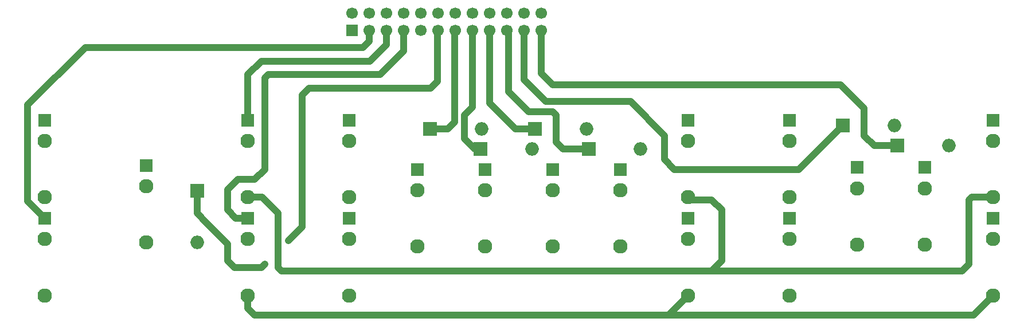
<source format=gbr>
%TF.GenerationSoftware,KiCad,Pcbnew,9.0.1*%
%TF.CreationDate,2025-10-08T12:17:04+01:00*%
%TF.ProjectId,WEASEL_KiCad_virtualModMatrix,57454153-454c-45f4-9b69-4361645f7669,rev?*%
%TF.SameCoordinates,Original*%
%TF.FileFunction,Copper,L2,Bot*%
%TF.FilePolarity,Positive*%
%FSLAX46Y46*%
G04 Gerber Fmt 4.6, Leading zero omitted, Abs format (unit mm)*
G04 Created by KiCad (PCBNEW 9.0.1) date 2025-10-08 12:17:04*
%MOMM*%
%LPD*%
G01*
G04 APERTURE LIST*
%TA.AperFunction,ComponentPad*%
%ADD10C,2.130000*%
%TD*%
%TA.AperFunction,ComponentPad*%
%ADD11R,1.930000X1.830000*%
%TD*%
%TA.AperFunction,ComponentPad*%
%ADD12R,1.700000X1.700000*%
%TD*%
%TA.AperFunction,ComponentPad*%
%ADD13C,1.700000*%
%TD*%
%TA.AperFunction,ComponentPad*%
%ADD14R,2.000000X2.000000*%
%TD*%
%TA.AperFunction,ComponentPad*%
%ADD15O,2.000000X2.000000*%
%TD*%
%TA.AperFunction,ViaPad*%
%ADD16C,0.600000*%
%TD*%
%TA.AperFunction,Conductor*%
%ADD17C,1.000000*%
%TD*%
G04 APERTURE END LIST*
D10*
%TO.P,J15,TN*%
%TO.N,B0*%
X135500000Y-49320000D03*
%TO.P,J15,T*%
X135500000Y-57620000D03*
D11*
%TO.P,J15,S*%
X135500000Y-46220000D03*
%TD*%
%TO.P,J24,S*%
%TO.N,B3*%
X165500000Y-60720000D03*
D10*
%TO.P,J24,T*%
X165500000Y-72120000D03*
%TO.P,J24,TN*%
X165500000Y-63820000D03*
%TD*%
D11*
%TO.P,J23,S*%
%TO.N,B3*%
X120500000Y-60720000D03*
D10*
%TO.P,J23,T*%
X120500000Y-72120000D03*
%TO.P,J23,TN*%
X120500000Y-63820000D03*
%TD*%
D11*
%TO.P,J22,S*%
%TO.N,B3*%
X55500000Y-60720000D03*
D10*
%TO.P,J22,T*%
X55500000Y-72120000D03*
%TO.P,J22,TN*%
X55500000Y-63820000D03*
%TD*%
D11*
%TO.P,J21,S*%
%TO.N,B2*%
X165500000Y-46220000D03*
D10*
%TO.P,J21,T*%
X165500000Y-57620000D03*
%TO.P,J21,TN*%
X165500000Y-49320000D03*
%TD*%
D11*
%TO.P,J20,S*%
%TO.N,B2*%
X120500000Y-46220000D03*
D10*
%TO.P,J20,T*%
X120500000Y-57620000D03*
%TO.P,J20,TN*%
X120500000Y-49320000D03*
%TD*%
D11*
%TO.P,J19,S*%
%TO.N,B2*%
X55500000Y-46220000D03*
D10*
%TO.P,J19,T*%
X55500000Y-57620000D03*
%TO.P,J19,TN*%
X55500000Y-49320000D03*
%TD*%
D11*
%TO.P,J18,S*%
%TO.N,B1*%
X135500000Y-60720000D03*
D10*
%TO.P,J18,T*%
X135500000Y-72120000D03*
%TO.P,J18,TN*%
X135500000Y-63820000D03*
%TD*%
D11*
%TO.P,J17,S*%
%TO.N,B1*%
X70500000Y-60720000D03*
D10*
%TO.P,J17,T*%
X70500000Y-72120000D03*
%TO.P,J17,TN*%
X70500000Y-63820000D03*
%TD*%
D11*
%TO.P,J16,S*%
%TO.N,B1*%
X25500000Y-60720000D03*
D10*
%TO.P,J16,T*%
X25500000Y-72120000D03*
%TO.P,J16,TN*%
X25500000Y-63820000D03*
%TD*%
D11*
%TO.P,J14,S*%
%TO.N,B0*%
X70500000Y-46220000D03*
D10*
%TO.P,J14,T*%
X70500000Y-57620000D03*
%TO.P,J14,TN*%
X70500000Y-49320000D03*
%TD*%
D11*
%TO.P,J10,S*%
%TO.N,Net-(D8-A)*%
X155500000Y-53220000D03*
D10*
%TO.P,J10,T*%
X155500000Y-64620000D03*
%TO.P,J10,TN*%
X155500000Y-56320000D03*
%TD*%
D11*
%TO.P,J9,S*%
%TO.N,Net-(D7-A)*%
X145500000Y-53220000D03*
D10*
%TO.P,J9,T*%
X145500000Y-64620000D03*
%TO.P,J9,TN*%
X145500000Y-56320000D03*
%TD*%
D11*
%TO.P,J8,S*%
%TO.N,Net-(D6-A)*%
X110500000Y-53520000D03*
D10*
%TO.P,J8,T*%
X110500000Y-64920000D03*
%TO.P,J8,TN*%
X110500000Y-56620000D03*
%TD*%
D11*
%TO.P,J7,S*%
%TO.N,Net-(D4-A)*%
X100500000Y-53520000D03*
D10*
%TO.P,J7,T*%
X100500000Y-64920000D03*
%TO.P,J7,TN*%
X100500000Y-56620000D03*
%TD*%
D11*
%TO.P,J6,S*%
%TO.N,Net-(D3-A)*%
X90500000Y-53520000D03*
D10*
%TO.P,J6,T*%
X90500000Y-64920000D03*
%TO.P,J6,TN*%
X90500000Y-56620000D03*
%TD*%
D11*
%TO.P,J5,S*%
%TO.N,Net-(D2-A)*%
X80500000Y-53520000D03*
D10*
%TO.P,J5,T*%
X80500000Y-64920000D03*
%TO.P,J5,TN*%
X80500000Y-56620000D03*
%TD*%
D11*
%TO.P,J4,S*%
%TO.N,Net-(D1-A)*%
X40500000Y-52920000D03*
D10*
%TO.P,J4,T*%
X40500000Y-64320000D03*
%TO.P,J4,TN*%
X40500000Y-56020000D03*
%TD*%
D11*
%TO.P,J3,S*%
%TO.N,B0*%
X25500000Y-46220000D03*
D10*
%TO.P,J3,T*%
X25500000Y-57620000D03*
%TO.P,J3,TN*%
X25500000Y-49320000D03*
%TD*%
D12*
%TO.P,J1,1,Pin_1*%
%TO.N,B0*%
X70880000Y-33000000D03*
D13*
%TO.P,J1,2,Pin_2*%
X70880000Y-30460000D03*
%TO.P,J1,3,Pin_3*%
%TO.N,B1*%
X73420000Y-33000000D03*
%TO.P,J1,4,Pin_4*%
X73420000Y-30460000D03*
%TO.P,J1,5,Pin_5*%
%TO.N,B2*%
X75960000Y-33000000D03*
%TO.P,J1,6,Pin_6*%
X75960000Y-30460000D03*
%TO.P,J1,7,Pin_7*%
%TO.N,B3*%
X78500000Y-33000000D03*
%TO.P,J1,8,Pin_8*%
X78500000Y-30460000D03*
%TO.P,J1,9,Pin_9*%
%TO.N,unconnected-(J1-Pin_9-Pad9)*%
X81040000Y-33000000D03*
%TO.P,J1,10,Pin_10*%
%TO.N,unconnected-(J1-Pin_10-Pad10)*%
X81040000Y-30460000D03*
%TO.P,J1,11,Pin_11*%
%TO.N,A0*%
X83580000Y-33000000D03*
%TO.P,J1,12,Pin_12*%
X83580000Y-30460000D03*
%TO.P,J1,13,Pin_13*%
%TO.N,A1*%
X86120000Y-33000000D03*
%TO.P,J1,14,Pin_14*%
X86120000Y-30460000D03*
%TO.P,J1,15,Pin_15*%
%TO.N,A2*%
X88660000Y-33000000D03*
%TO.P,J1,16,Pin_16*%
X88660000Y-30460000D03*
%TO.P,J1,17,Pin_17*%
%TO.N,A3*%
X91200000Y-33000000D03*
%TO.P,J1,18,Pin_18*%
X91200000Y-30460000D03*
%TO.P,J1,19,Pin_19*%
%TO.N,A4*%
X93740000Y-33000000D03*
%TO.P,J1,20,Pin_20*%
X93740000Y-30460000D03*
%TO.P,J1,21,Pin_21*%
%TO.N,A5*%
X96280000Y-33000000D03*
%TO.P,J1,22,Pin_22*%
X96280000Y-30460000D03*
%TO.P,J1,23,Pin_23*%
%TO.N,A6*%
X98820000Y-33000000D03*
%TO.P,J1,24,Pin_24*%
X98820000Y-30460000D03*
%TD*%
D14*
%TO.P,D8,1,K*%
%TO.N,A6*%
X151380000Y-50000000D03*
D15*
%TO.P,D8,2,A*%
%TO.N,Net-(D8-A)*%
X159000000Y-50000000D03*
%TD*%
D14*
%TO.P,D7,1,K*%
%TO.N,A5*%
X143380000Y-47000000D03*
D15*
%TO.P,D7,2,A*%
%TO.N,Net-(D7-A)*%
X151000000Y-47000000D03*
%TD*%
D14*
%TO.P,D6,1,K*%
%TO.N,A4*%
X105880000Y-50500000D03*
D15*
%TO.P,D6,2,A*%
%TO.N,Net-(D6-A)*%
X113500000Y-50500000D03*
%TD*%
D14*
%TO.P,D4,1,K*%
%TO.N,A3*%
X97880000Y-47500000D03*
D15*
%TO.P,D4,2,A*%
%TO.N,Net-(D4-A)*%
X105500000Y-47500000D03*
%TD*%
D14*
%TO.P,D3,1,K*%
%TO.N,A2*%
X89880000Y-50500000D03*
D15*
%TO.P,D3,2,A*%
%TO.N,Net-(D3-A)*%
X97500000Y-50500000D03*
%TD*%
D14*
%TO.P,D2,1,K*%
%TO.N,A1*%
X82380000Y-47500000D03*
D15*
%TO.P,D2,2,A*%
%TO.N,Net-(D2-A)*%
X90000000Y-47500000D03*
%TD*%
D14*
%TO.P,D1,1,K*%
%TO.N,A0*%
X48000000Y-56690000D03*
D15*
%TO.P,D1,2,A*%
%TO.N,Net-(D1-A)*%
X48000000Y-64310000D03*
%TD*%
D16*
%TO.N,A0*%
X61500000Y-64000000D03*
X58000000Y-67500000D03*
%TD*%
D17*
%TO.N,B2*%
X161000000Y-68500000D02*
X124000000Y-68500000D01*
X162000000Y-67500000D02*
X161000000Y-68500000D01*
X162000000Y-58000000D02*
X162000000Y-67500000D01*
X162380000Y-57620000D02*
X162000000Y-58000000D01*
X165500000Y-57620000D02*
X162380000Y-57620000D01*
%TO.N,A0*%
X83500000Y-33080000D02*
X83580000Y-33000000D01*
X83500000Y-40500000D02*
X83500000Y-33080000D01*
X82500000Y-41500000D02*
X83500000Y-40500000D01*
X63500000Y-42500000D02*
X64500000Y-41500000D01*
X63500000Y-62000000D02*
X63500000Y-42500000D01*
X61500000Y-64000000D02*
X63500000Y-62000000D01*
X64500000Y-41500000D02*
X82500000Y-41500000D01*
%TO.N,B3*%
X75000000Y-39500000D02*
X78500000Y-36000000D01*
X58500000Y-39500000D02*
X75000000Y-39500000D01*
X58000000Y-53500000D02*
X58000000Y-40000000D01*
X58000000Y-40000000D02*
X58500000Y-39500000D01*
X54000000Y-55000000D02*
X56500000Y-55000000D01*
X52500000Y-56500000D02*
X54000000Y-55000000D01*
X52500000Y-59500000D02*
X52500000Y-56500000D01*
X78500000Y-36000000D02*
X78500000Y-33000000D01*
X53720000Y-60720000D02*
X52500000Y-59500000D01*
X56500000Y-55000000D02*
X58000000Y-53500000D01*
X55500000Y-60720000D02*
X53720000Y-60720000D01*
%TO.N,B2*%
X57500000Y-37500000D02*
X55500000Y-39500000D01*
X73500000Y-37500000D02*
X57500000Y-37500000D01*
X75960000Y-35040000D02*
X73500000Y-37500000D01*
X75960000Y-33000000D02*
X75960000Y-35040000D01*
X55500000Y-39500000D02*
X55500000Y-46220000D01*
%TO.N,A0*%
X53500000Y-68000000D02*
X57000000Y-68000000D01*
X57500000Y-68000000D02*
X58000000Y-67500000D01*
X52500000Y-64500000D02*
X52500000Y-67000000D01*
X52500000Y-67000000D02*
X53500000Y-68000000D01*
X49500000Y-61500000D02*
X52500000Y-64500000D01*
X48000000Y-60000000D02*
X49500000Y-61500000D01*
X57000000Y-68000000D02*
X57500000Y-68000000D01*
X48000000Y-56690000D02*
X48000000Y-60000000D01*
%TO.N,A6*%
X146500000Y-48500000D02*
X148000000Y-50000000D01*
X146500000Y-44500000D02*
X146500000Y-48500000D01*
X143000000Y-41000000D02*
X146500000Y-44500000D01*
X148000000Y-50000000D02*
X151380000Y-50000000D01*
X100500000Y-41000000D02*
X143000000Y-41000000D01*
X98820000Y-39320000D02*
X100500000Y-41000000D01*
X98820000Y-33000000D02*
X98820000Y-39320000D01*
%TO.N,A2*%
X87500000Y-45500000D02*
X88660000Y-44340000D01*
X87500000Y-49000000D02*
X87500000Y-45500000D01*
X89000000Y-50500000D02*
X87500000Y-49000000D01*
X88660000Y-44340000D02*
X88660000Y-33000000D01*
X89880000Y-50500000D02*
X89000000Y-50500000D01*
%TO.N,A4*%
X94000000Y-33260000D02*
X93740000Y-33000000D01*
X94000000Y-42000000D02*
X94000000Y-33260000D01*
X100500000Y-45000000D02*
X97000000Y-45000000D01*
X101000000Y-49500000D02*
X101000000Y-45500000D01*
X97000000Y-45000000D02*
X94000000Y-42000000D01*
X102000000Y-50500000D02*
X101000000Y-49500000D01*
X105880000Y-50500000D02*
X102000000Y-50500000D01*
X101000000Y-45500000D02*
X100500000Y-45000000D01*
%TO.N,A5*%
X117000000Y-52000000D02*
X118500000Y-53500000D01*
X136880000Y-53500000D02*
X143380000Y-47000000D01*
X117000000Y-48500000D02*
X117000000Y-52000000D01*
X99500000Y-43500000D02*
X112000000Y-43500000D01*
X112000000Y-43500000D02*
X117000000Y-48500000D01*
X96280000Y-40280000D02*
X99500000Y-43500000D01*
X118500000Y-53500000D02*
X136880000Y-53500000D01*
X96280000Y-33000000D02*
X96280000Y-40280000D01*
%TO.N,A3*%
X91200000Y-43700000D02*
X91200000Y-33000000D01*
X95000000Y-47500000D02*
X91200000Y-43700000D01*
X97880000Y-47500000D02*
X95000000Y-47500000D01*
%TO.N,A1*%
X86000000Y-46500000D02*
X86000000Y-33120000D01*
X85000000Y-47500000D02*
X86000000Y-46500000D01*
X82380000Y-47500000D02*
X85000000Y-47500000D01*
X86000000Y-33120000D02*
X86120000Y-33000000D01*
%TO.N,B1*%
X23000000Y-44000000D02*
X23000000Y-58220000D01*
X31500000Y-35500000D02*
X23000000Y-44000000D01*
X72500000Y-35500000D02*
X31500000Y-35500000D01*
X73420000Y-34580000D02*
X72500000Y-35500000D01*
X23000000Y-58220000D02*
X25500000Y-60720000D01*
X73420000Y-33000000D02*
X73420000Y-34580000D01*
%TO.N,B2*%
X120880000Y-58000000D02*
X120500000Y-57620000D01*
X124000000Y-58000000D02*
X120880000Y-58000000D01*
X125500000Y-59500000D02*
X124000000Y-58000000D01*
X125500000Y-67000000D02*
X125500000Y-59500000D01*
X124000000Y-68500000D02*
X125500000Y-67000000D01*
X60500000Y-68500000D02*
X124000000Y-68500000D01*
X60000000Y-68000000D02*
X60500000Y-68500000D01*
X60000000Y-60000000D02*
X60000000Y-68000000D01*
X57620000Y-57620000D02*
X60000000Y-60000000D01*
X55500000Y-57620000D02*
X57620000Y-57620000D01*
%TO.N,B3*%
X162620000Y-75000000D02*
X165500000Y-72120000D01*
X117620000Y-75000000D02*
X162620000Y-75000000D01*
X117620000Y-75000000D02*
X120500000Y-72120000D01*
X56500000Y-75000000D02*
X117620000Y-75000000D01*
X55500000Y-74000000D02*
X56500000Y-75000000D01*
X55500000Y-72120000D02*
X55500000Y-74000000D01*
%TD*%
M02*

</source>
